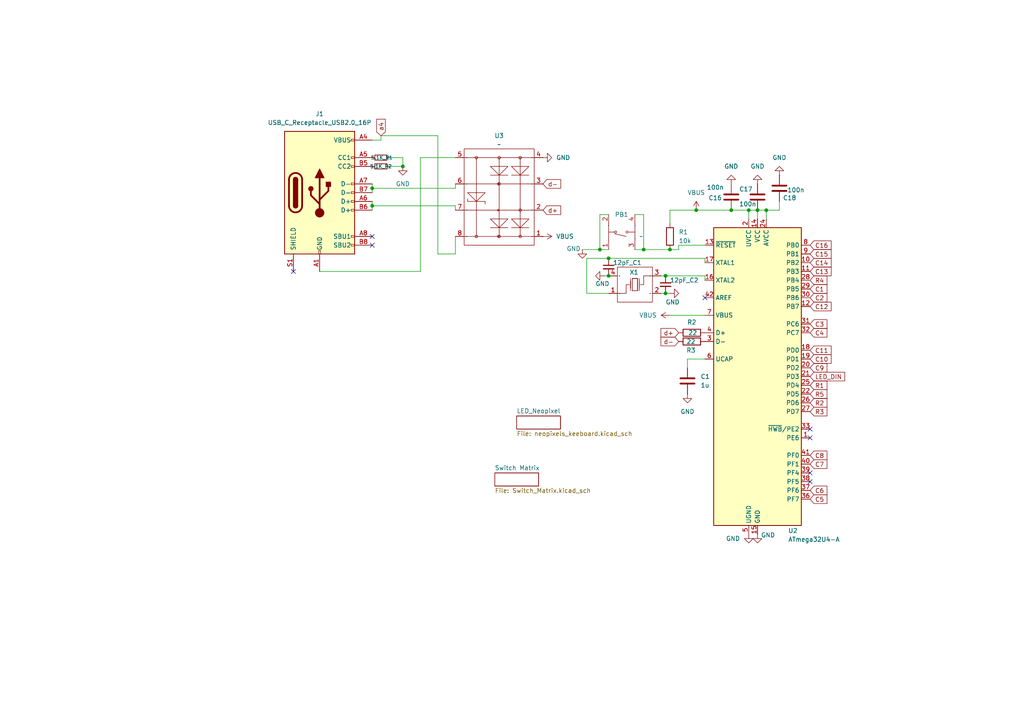
<source format=kicad_sch>
(kicad_sch (version 20250114) (generator "eeschema") (generator_version "9.0")
  (paper "A4")
  (lib_symbols
    (symbol "Connector:USB_C_Receptacle_USB2.0_16P" (pin_names (offset 1.016))
      (property "Reference" "J" (at 0 22.225 0))
      (property "Value" "USB_C_Receptacle_USB2.0_16P" (at 0 19.685 0))
      (symbol "USB_C_Receptacle_USB2.0_16P_0_0"
        (rectangle (start -0.254 -17.78) (end 0.254 -16.764))
        (rectangle (start 10.16 15.494) (end 9.144 14.986))
        (rectangle (start 10.16 10.414) (end 9.144 9.906))
        (rectangle (start 10.16 7.874) (end 9.144 7.366))
        (rectangle (start 10.16 2.794) (end 9.144 2.286))
        (rectangle (start 10.16 0.254) (end 9.144 -0.254))
        (rectangle (start 10.16 -2.286) (end 9.144 -2.794))
        (rectangle (start 10.16 -4.826) (end 9.144 -5.334))
        (rectangle (start 10.16 -12.446) (end 9.144 -12.954))
        (rectangle (start 10.16 -14.986) (end 9.144 -15.494))
      )
      (symbol "USB_C_Receptacle_USB2.0_16P_0_1"
        (rectangle (start -10.16 17.78) (end 10.16 -17.78) (stroke (width 0.254)) (fill (type background)))
        (polyline (pts (xy -8.89 -3.81) (xy -8.89 3.81)) (stroke (width 0.508)))
        (rectangle (start -7.62 -3.81) (end -6.35 3.81) (stroke (width 0.254)) (fill (type outline)))
        (arc (start -7.62 3.81) (mid -6.985 4.4423) (end -6.35 3.81) (stroke (width 0.254)))
        (arc (start -7.62 3.81) (mid -6.985 4.4423) (end -6.35 3.81) (stroke (width 0.254)) (fill (type outline)))
        (arc (start -8.89 3.81) (mid -6.985 5.7067) (end -5.08 3.81) (stroke (width 0.508)))
        (arc (start -5.08 -3.81) (mid -6.985 -5.7067) (end -8.89 -3.81) (stroke (width 0.508)))
        (arc (start -6.35 -3.81) (mid -6.985 -4.4423) (end -7.62 -3.81) (stroke (width 0.254)))
        (arc (start -6.35 -3.81) (mid -6.985 -4.4423) (end -7.62 -3.81) (stroke (width 0.254)) (fill (type outline)))
        (polyline (pts (xy -5.08 3.81) (xy -5.08 -3.81)) (stroke (width 0.508)))
        (circle (center -2.54 1.143) (radius 0.635) (stroke (width 0.254)) (fill (type outline)))
        (polyline (pts (xy -1.27 4.318) (xy 0 6.858) (xy 1.27 4.318) (xy -1.27 4.318)) (stroke (width 0.254)) (fill (type outline)))
        (polyline (pts (xy 0 -2.032) (xy 2.54 0.508) (xy 2.54 1.778)) (stroke (width 0.508)))
        (polyline (pts (xy 0 -3.302) (xy -2.54 -0.762) (xy -2.54 0.508)) (stroke (width 0.508)))
        (polyline (pts (xy 0 -5.842) (xy 0 4.318)) (stroke (width 0.508)))
        (circle (center 0 -5.842) (radius 1.27) (fill (type outline)))
        (rectangle (start 1.905 1.778) (end 3.175 3.048) (stroke (width 0.254)) (fill (type outline)))
      )
      (symbol "USB_C_Receptacle_USB2.0_16P_1_1"
        (pin passive line (at -7.62 -22.86 90) (length 5.08) (name "SHIELD") (number "S1"))
        (pin passive line (at 0 -22.86 90) (length 5.08) (name "GND") (number "A1"))
        (pin passive line (at 0 -22.86 90) (length 5.08) (hide yes) (name "GND") (number "A12"))
        (pin passive line (at 0 -22.86 90) (length 5.08) (hide yes) (name "GND") (number "B1"))
        (pin passive line (at 0 -22.86 90) (length 5.08) (hide yes) (name "GND") (number "B12"))
        (pin passive line (at 15.24 15.24 180) (length 5.08) (name "VBUS") (number "A4"))
        (pin passive line (at 15.24 15.24 180) (length 5.08) (hide yes) (name "VBUS") (number "A9"))
        (pin passive line (at 15.24 15.24 180) (length 5.08) (hide yes) (name "VBUS") (number "B4"))
        (pin passive line (at 15.24 15.24 180) (length 5.08) (hide yes) (name "VBUS") (number "B9"))
        (pin bidirectional line (at 15.24 10.16 180) (length 5.08) (name "CC1") (number "A5"))
        (pin bidirectional line (at 15.24 7.62 180) (length 5.08) (name "CC2") (number "B5"))
        (pin bidirectional line (at 15.24 2.54 180) (length 5.08) (name "D-") (number "A7"))
        (pin bidirectional line (at 15.24 0 180) (length 5.08) (name "D-") (number "B7"))
        (pin bidirectional line (at 15.24 -2.54 180) (length 5.08) (name "D+") (number "A6"))
        (pin bidirectional line (at 15.24 -5.08 180) (length 5.08) (name "D+") (number "B6"))
        (pin bidirectional line (at 15.24 -12.7 180) (length 5.08) (name "SBU1") (number "A8"))
        (pin bidirectional line (at 15.24 -15.24 180) (length 5.08) (name "SBU2") (number "B8"))
      )
    )
    (symbol "Device:C" (pin_numbers (hide yes)) (pin_names (offset 0.254))
      (property "Reference" "C" (at 0.635 2.54 0))
      (property "Value" "C" (at 0.635 -2.54 0))
      (symbol "C_0_1"
        (polyline (pts (xy -2.032 0.762) (xy 2.032 0.762)) (stroke (width 0.508)))
        (polyline (pts (xy -2.032 -0.762) (xy 2.032 -0.762)) (stroke (width 0.508)))
      )
      (symbol "C_1_1"
        (pin passive line (at 0 3.81 270) (length 2.794) (name "~") (number "1"))
        (pin passive line (at 0 -3.81 90) (length 2.794) (name "~") (number "2"))
      )
    )
    (symbol "Device:C_Small" (pin_numbers (hide yes)) (pin_names (offset 0.254) (hide yes))
      (property "Reference" "C" (at 0.254 1.778 0))
      (property "Value" "C_Small" (at 0.254 -2.032 0))
      (symbol "C_Small_0_1"
        (polyline (pts (xy -1.524 0.508) (xy 1.524 0.508)) (stroke (width 0.3048)))
        (polyline (pts (xy -1.524 -0.508) (xy 1.524 -0.508)) (stroke (width 0.3302)))
      )
      (symbol "C_Small_1_1"
        (pin passive line (at 0 2.54 270) (length 2.032) (name "~") (number "1"))
        (pin passive line (at 0 -2.54 90) (length 2.032) (name "~") (number "2"))
      )
    )
    (symbol "Device:R" (pin_numbers (hide yes)) (pin_names (offset 0))
      (property "Reference" "R" (at 2.032 0 90))
      (property "Value" "R" (at 0 0 90))
      (symbol "R_0_1"
        (rectangle (start -1.016 -2.54) (end 1.016 2.54) (stroke (width 0.254)))
      )
      (symbol "R_1_1"
        (pin passive line (at 0 3.81 270) (length 1.27) (name "~") (number "1"))
        (pin passive line (at 0 -3.81 90) (length 1.27) (name "~") (number "2"))
      )
    )
    (symbol "Device:R_Small" (pin_numbers (hide yes)) (pin_names (offset 0.254) (hide yes))
      (property "Reference" "R" (at 0 0 90))
      (property "Value" "R_Small" (at 1.778 0 90))
      (symbol "R_Small_0_1"
        (rectangle (start -0.762 1.778) (end 0.762 -1.778) (stroke (width 0.2032)))
      )
      (symbol "R_Small_1_1"
        (pin passive line (at 0 2.54 270) (length 0.762) (name "~") (number "1"))
        (pin passive line (at 0 -2.54 90) (length 0.762) (name "~") (number "2"))
      )
    )
    (symbol "KeeBoard:TS-1187A-B-A-B"
      (property "Reference" "SW" (at 3.81 -1.27 0))
      (symbol "TS-1187A-B-A-B_1_0"
        (polyline (pts (xy -2.54 2.54) (xy 2.54 2.54)))
        (polyline (pts (xy -2.54 -5.08) (xy 2.54 -5.08)))
        (polyline (pts (xy -0.508 0.762) (xy -1.27 -2.54)))
        (polyline (pts (xy 0 0.762) (xy 0 2.54)))
        (circle (center 0 0.508) (radius 0.3048))
        (circle (center 0 -2.794) (radius 0.3048))
        (polyline (pts (xy 0 -3.302) (xy 0 -5.08)))
        (pin unspecified line (at -5.08 2.54 0) (length 2.54) (name "A") (number "1"))
        (pin unspecified line (at -5.08 -5.08 0) (length 2.54) (name "C") (number "3"))
        (pin unspecified line (at 5.08 2.54 180) (length 2.54) (name "B") (number "2"))
        (pin unspecified line (at 5.08 -5.08 180) (length 2.54) (name "D") (number "4"))
      )
    )
    (symbol "KeeBoard:USB6B1RL"
      (property "Reference" "U" (at 0 0 0))
      (symbol "USB6B1RL_1_0"
        (polyline (pts (xy -10.16 11.43) (xy 10.16 11.43)))
        (polyline (pts (xy -10.16 3.81) (xy 0 3.81)))
        (polyline (pts (xy -10.16 -3.81) (xy 10.16 -3.81)))
        (polyline (pts (xy -10.16 -11.43) (xy 10.16 -11.43)))
        (rectangle (start -10.16 -13.97) (end 10.16 13.97))
        (polyline (pts (xy -8.636 8.89) (xy -3.556 8.89)))
        (polyline (pts (xy -8.636 -6.35) (xy -3.556 -6.35)))
        (circle (center -6.096 11.43) (radius 0.381))
        (polyline (pts (xy -6.096 11.43) (xy -6.096 -11.43)))
        (circle (center -6.096 3.81) (radius 0.381))
        (circle (center -6.096 -11.43) (radius 0.381))
        (polyline (pts (xy -3.556 6.35) (xy -6.096 8.89) (xy -6.096 8.89) (xy -8.636 6.35) (xy -8.636 6.35) (xy -3.556 6.35)))
        (polyline (pts (xy -3.556 -8.89) (xy -6.096 -6.35) (xy -6.096 -6.35) (xy -8.636 -8.89) (xy -8.636 -8.89) (xy -3.556 -8.89)))
        (polyline (pts (xy -2.54 8.89) (xy 2.54 8.89)))
        (polyline (pts (xy -2.54 -6.35) (xy 2.54 -6.35)))
        (circle (center 0 11.43) (radius 0.381))
        (polyline (pts (xy 0 11.43) (xy 0 -11.43)))
        (polyline (pts (xy 0 3.81) (xy 10.16 3.81)))
        (circle (center 0 -3.81) (radius 0.381))
        (circle (center 0 -11.43) (radius 0.381))
        (circle (center 0.254 11.43) (radius 0.254))
        (circle (center 0.254 3.81) (radius 0.254))
        (circle (center 0.254 -3.81) (radius 0.254))
        (polyline (pts (xy 2.54 6.35) (xy 0 8.89) (xy 0 8.89) (xy -2.54 6.35) (xy -2.54 6.35) (xy 2.54 6.35)))
        (polyline (pts (xy 2.54 -8.89) (xy 0 -6.35) (xy 0 -6.35) (xy -2.54 -8.89) (xy -2.54 -8.89) (xy 2.54 -8.89)))
        (polyline (pts (xy 4.064 1.27) (xy 4.064 2.032)))
        (polyline (pts (xy 4.064 1.27) (xy 9.144 1.27)))
        (polyline (pts (xy 6.604 11.43) (xy 6.604 -11.43)))
        (circle (center 6.604 11.43) (radius 0.381))
        (circle (center 6.604 -11.43) (radius 0.381))
        (polyline (pts (xy 9.144 1.27) (xy 9.144 0.508)))
        (polyline (pts (xy 9.144 -1.27) (xy 6.604 1.27) (xy 6.604 1.27) (xy 4.064 -1.27) (xy 4.064 -1.27) (xy 9.144 -1.27)))
        (pin input line (at -12.7 11.43 0) (length 2.54) (name "VCC") (number "1"))
        (pin input line (at -12.7 3.81 0) (length 2.54) (name "I/O1") (number "2"))
        (pin input line (at -12.7 -3.81 0) (length 2.54) (name "I/O2") (number "3"))
        (pin input line (at -12.7 -11.43 0) (length 2.54) (name "GND") (number "4"))
        (pin input line (at 12.7 11.43 180) (length 2.54) (name "VCC") (number "8"))
        (pin input line (at 12.7 3.81 180) (length 2.54) (name "I/O1") (number "7"))
        (pin input line (at 12.7 -3.81 180) (length 2.54) (name "I/O2") (number "6"))
        (pin input line (at 12.7 -11.43 180) (length 2.54) (name "GND") (number "5"))
      )
    )
    (symbol "KeeBoard:X322516MMB4SI"
      (property "Reference" "X" (at 0 0 0))
      (symbol "X322516MMB4SI_1_0"
        (polyline (pts (xy -5.08 -2.54) (xy -2.54 -2.54) (xy -2.54 -2.54) (xy -2.54 0) (xy -2.54 0) (xy -1.524 0)))
        (rectangle (start -5.08 -5.08) (end 5.08 5.08))
        (polyline (pts (xy -1.27 -1.016) (xy -1.27 1.016)))
        (polyline (pts (xy -1.27 -1.778) (xy -1.27 1.778)))
        (polyline (pts (xy -0.762 -1.778) (xy -0.762 1.778) (xy -0.762 1.778) (xy 0.762 1.778) (xy 0.762 1.778) (xy 0.762 -1.778)))
        (polyline (pts (xy 0.762 1.778) (xy 0.762 -1.778) (xy 0.762 -1.778) (xy -0.762 -1.778) (xy -0.762 -1.778) (xy -0.762 1.778) (xy -0.762 1.778) (xy 0.762 1.778)))
        (polyline (pts (xy 0.762 -1.778) (xy -0.762 -1.778)))
        (polyline (pts (xy 1.27 -1.016) (xy 1.27 1.016)))
        (polyline (pts (xy 1.27 -1.778) (xy 1.27 1.778)))
        (polyline (pts (xy 5.08 2.54) (xy 2.54 2.54) (xy 2.54 2.54) (xy 2.54 0) (xy 2.54 0) (xy 1.524 0)))
        (pin power_in line (at -7.62 2.54 0) (length 2.54) (name "GND") (number "4"))
        (pin unspecified line (at -7.62 -2.54 0) (length 2.54) (name "OSC1") (number "1"))
        (pin unspecified line (at 7.62 2.54 180) (length 2.54) (name "OSC2") (number "3"))
        (pin power_in line (at 7.62 -2.54 180) (length 2.54) (name "GND") (number "2"))
      )
    )
    (symbol "MCU_Microchip_ATmega:ATmega32U4-A"
      (property "Reference" "U" (at -12.7 44.45 0))
      (property "Value" "ATmega32U4-A" (at 2.54 -44.45 0))
      (symbol "ATmega32U4-A_0_1"
        (rectangle (start -12.7 -43.18) (end 12.7 43.18) (stroke (width 0.254)) (fill (type background)))
      )
      (symbol "ATmega32U4-A_1_1"
        (pin input line (at -15.24 38.1 0) (length 2.54) (name "~{RESET}") (number "13"))
        (pin input line (at -15.24 33.02 0) (length 2.54) (name "XTAL1") (number "17"))
        (pin output line (at -15.24 27.94 0) (length 2.54) (name "XTAL2") (number "16"))
        (pin passive line (at -15.24 22.86 0) (length 2.54) (name "AREF") (number "42"))
        (pin input line (at -15.24 17.78 0) (length 2.54) (name "VBUS") (number "7"))
        (pin bidirectional line (at -15.24 12.7 0) (length 2.54) (name "D+") (number "4"))
        (pin bidirectional line (at -15.24 10.16 0) (length 2.54) (name "D-") (number "3"))
        (pin passive line (at -15.24 5.08 0) (length 2.54) (name "UCAP") (number "6"))
        (pin power_in line (at -2.54 45.72 270) (length 2.54) (name "UVCC") (number "2"))
        (pin passive line (at -2.54 -45.72 90) (length 2.54) (name "UGND") (number "5"))
        (pin power_in line (at 0 45.72 270) (length 2.54) (name "VCC") (number "14"))
        (pin passive line (at 0 45.72 270) (length 2.54) (hide yes) (name "VCC") (number "34"))
        (pin power_in line (at 0 -45.72 90) (length 2.54) (name "GND") (number "15"))
        (pin passive line (at 0 -45.72 90) (length 2.54) (hide yes) (name "GND") (number "23"))
        (pin passive line (at 0 -45.72 90) (length 2.54) (hide yes) (name "GND") (number "35"))
        (pin passive line (at 0 -45.72 90) (length 2.54) (hide yes) (name "GND") (number "43"))
        (pin power_in line (at 2.54 45.72 270) (length 2.54) (name "AVCC") (number "24"))
        (pin passive line (at 2.54 45.72 270) (length 2.54) (hide yes) (name "AVCC") (number "44"))
        (pin bidirectional line (at 15.24 38.1 180) (length 2.54) (name "PB0") (number "8"))
        (pin bidirectional line (at 15.24 35.56 180) (length 2.54) (name "PB1") (number "9"))
        (pin bidirectional line (at 15.24 33.02 180) (length 2.54) (name "PB2") (number "10"))
        (pin bidirectional line (at 15.24 30.48 180) (length 2.54) (name "PB3") (number "11"))
        (pin bidirectional line (at 15.24 27.94 180) (length 2.54) (name "PB4") (number "28"))
        (pin bidirectional line (at 15.24 25.4 180) (length 2.54) (name "PB5") (number "29"))
        (pin bidirectional line (at 15.24 22.86 180) (length 2.54) (name "PB6") (number "30"))
        (pin bidirectional line (at 15.24 20.32 180) (length 2.54) (name "PB7") (number "12"))
        (pin bidirectional line (at 15.24 15.24 180) (length 2.54) (name "PC6") (number "31"))
        (pin bidirectional line (at 15.24 12.7 180) (length 2.54) (name "PC7") (number "32"))
        (pin bidirectional line (at 15.24 7.62 180) (length 2.54) (name "PD0") (number "18"))
        (pin bidirectional line (at 15.24 5.08 180) (length 2.54) (name "PD1") (number "19"))
        (pin bidirectional line (at 15.24 2.54 180) (length 2.54) (name "PD2") (number "20"))
        (pin bidirectional line (at 15.24 0 180) (length 2.54) (name "PD3") (number "21"))
        (pin bidirectional line (at 15.24 -2.54 180) (length 2.54) (name "PD4") (number "25"))
        (pin bidirectional line (at 15.24 -5.08 180) (length 2.54) (name "PD5") (number "22"))
        (pin bidirectional line (at 15.24 -7.62 180) (length 2.54) (name "PD6") (number "26"))
        (pin bidirectional line (at 15.24 -10.16 180) (length 2.54) (name "PD7") (number "27"))
        (pin bidirectional line (at 15.24 -15.24 180) (length 2.54) (name "~{HWB}/PE2") (number "33"))
        (pin bidirectional line (at 15.24 -17.78 180) (length 2.54) (name "PE6") (number "1"))
        (pin bidirectional line (at 15.24 -22.86 180) (length 2.54) (name "PF0") (number "41"))
        (pin bidirectional line (at 15.24 -25.4 180) (length 2.54) (name "PF1") (number "40"))
        (pin bidirectional line (at 15.24 -27.94 180) (length 2.54) (name "PF4") (number "39"))
        (pin bidirectional line (at 15.24 -30.48 180) (length 2.54) (name "PF5") (number "38"))
        (pin bidirectional line (at 15.24 -33.02 180) (length 2.54) (name "PF6") (number "37"))
        (pin bidirectional line (at 15.24 -35.56 180) (length 2.54) (name "PF7") (number "36"))
      )
    )
    (symbol "power:GND" (power) (pin_numbers (hide yes)) (pin_names (offset 0) (hide yes))
      (property "Value" "GND" (at 0 -3.81 0))
      (symbol "GND_0_1"
        (polyline (pts (xy 0 0) (xy 0 -1.27) (xy 1.27 -1.27) (xy 0 -2.54) (xy -1.27 -1.27) (xy 0 -1.27)))
      )
      (symbol "GND_1_1"
        (pin power_in line (at 0 0 270) (length 0) (name "~") (number "1"))
      )
    )
    (symbol "power:VBUS" (power) (pin_numbers (hide yes)) (pin_names (offset 0) (hide yes))
      (property "Value" "VBUS" (at 0 3.556 0))
      (symbol "VBUS_0_1"
        (polyline (pts (xy -0.762 1.27) (xy 0 2.54)))
        (polyline (pts (xy 0 2.54) (xy 0.762 1.27)))
        (polyline (pts (xy 0 0) (xy 0 2.54)))
      )
      (symbol "VBUS_1_1"
        (pin power_in line (at 0 0 90) (length 0) (name "~") (number "1"))
      )
    )
  )
  (junction (at 222.25 60.96))
  (junction (at 219.71 60.96))
  (junction (at 193.04 85.09))
  (junction (at 107.95 54.61))
  (junction (at 176.53 80.01))
  (junction (at 107.95 59.69))
  (junction (at 212.09 60.96))
  (junction (at 201.93 60.96))
  (junction (at 193.04 80.01))
  (junction (at 194.31 72.39))
  (junction (at 186.69 72.39))
  (junction (at 176.53 74.93))
  (junction (at 217.17 60.96))
  (junction (at 173.99 72.39))
  (junction (at 116.84 48.26))
  (no_connect (at 234.95 139.7))
  (no_connect (at 234.95 137.16))
  (no_connect (at 107.95 68.58))
  (no_connect (at 85.09 78.74))
  (no_connect (at 234.95 127))
  (no_connect (at 204.47 86.36))
  (no_connect (at 234.95 124.46))
  (no_connect (at 107.95 71.12))
  (wire (pts (xy 113.03 45.72) (xy 116.84 45.72)))
  (wire (pts (xy 170.18 74.93) (xy 170.18 85.09)))
  (wire (pts (xy 127 73.66) (xy 132.08 73.66)))
  (wire (pts (xy 121.92 45.72) (xy 121.92 78.74)))
  (wire (pts (xy 107.95 54.61) (xy 132.08 54.61)))
  (wire (pts (xy 193.04 85.09) (xy 191.77 85.09)))
  (wire (pts (xy 186.69 72.39) (xy 194.31 72.39)))
  (wire (pts (xy 194.31 64.77) (xy 194.31 60.96)))
  (wire (pts (xy 132.08 59.69) (xy 132.08 60.96)))
  (wire (pts (xy 113.03 48.26) (xy 116.84 48.26)))
  (wire (pts (xy 173.99 72.39) (xy 173.99 62.23)))
  (wire (pts (xy 186.69 62.23) (xy 184.15 62.23)))
  (wire (pts (xy 217.17 60.96) (xy 219.71 60.96)))
  (wire (pts (xy 107.95 53.34) (xy 107.95 54.61)))
  (wire (pts (xy 186.69 72.39) (xy 186.69 62.23)))
  (wire (pts (xy 201.93 60.96) (xy 212.09 60.96)))
  (wire (pts (xy 132.08 45.72) (xy 121.92 45.72)))
  (wire (pts (xy 194.31 91.44) (xy 204.47 91.44)))
  (wire (pts (xy 121.92 78.74) (xy 92.71 78.74)))
  (wire (pts (xy 222.25 63.5) (xy 222.25 60.96)))
  (wire (pts (xy 194.31 85.09) (xy 193.04 85.09)))
  (wire (pts (xy 176.53 74.93) (xy 204.47 74.93)))
  (wire (pts (xy 196.85 72.39) (xy 194.31 72.39)))
  (wire (pts (xy 217.17 63.5) (xy 217.17 60.96)))
  (wire (pts (xy 110.49 39.37) (xy 127 39.37)))
  (wire (pts (xy 204.47 104.14) (xy 199.39 104.14)))
  (wire (pts (xy 204.47 76.2) (xy 204.47 74.93)))
  (wire (pts (xy 110.49 39.37) (xy 110.49 40.64)))
  (wire (pts (xy 222.25 60.96) (xy 219.71 60.96)))
  (wire (pts (xy 204.47 80.01) (xy 204.47 81.28)))
  (wire (pts (xy 110.49 40.64) (xy 107.95 40.64)))
  (wire (pts (xy 219.71 60.96) (xy 219.71 63.5)))
  (wire (pts (xy 204.47 71.12) (xy 196.85 71.12)))
  (wire (pts (xy 116.84 45.72) (xy 116.84 48.26)))
  (wire (pts (xy 170.18 74.93) (xy 176.53 74.93)))
  (wire (pts (xy 107.95 58.42) (xy 107.95 59.69)))
  (wire (pts (xy 127 39.37) (xy 127 73.66)))
  (wire (pts (xy 212.09 60.96) (xy 217.17 60.96)))
  (wire (pts (xy 107.95 54.61) (xy 107.95 55.88)))
  (wire (pts (xy 173.99 62.23) (xy 176.53 62.23)))
  (wire (pts (xy 132.08 54.61) (xy 132.08 53.34)))
  (wire (pts (xy 168.91 72.39) (xy 173.99 72.39)))
  (wire (pts (xy 226.06 60.96) (xy 222.25 60.96)))
  (wire (pts (xy 175.26 80.01) (xy 176.53 80.01)))
  (wire (pts (xy 199.39 104.14) (xy 199.39 106.68)))
  (wire (pts (xy 173.99 72.39) (xy 176.53 72.39)))
  (wire (pts (xy 184.15 72.39) (xy 186.69 72.39)))
  (wire (pts (xy 194.31 60.96) (xy 201.93 60.96)))
  (wire (pts (xy 196.85 71.12) (xy 196.85 72.39)))
  (wire (pts (xy 132.08 73.66) (xy 132.08 68.58)))
  (wire (pts (xy 107.95 59.69) (xy 107.95 60.96)))
  (wire (pts (xy 107.95 59.69) (xy 132.08 59.69)))
  (wire (pts (xy 226.06 58.42) (xy 226.06 60.96)))
  (wire (pts (xy 170.18 85.09) (xy 176.53 85.09)))
  (wire (pts (xy 193.04 80.01) (xy 191.77 80.01)))
  (wire (pts (xy 204.47 80.01) (xy 193.04 80.01)))
  (global_label "C3" (shape input) (at 234.95 93.98 0) (property "Intersheetrefs" "${INTERSHEET_REFS}" (effects (hide yes))))
  (global_label "C7" (shape input) (at 234.95 134.62 0) (property "Intersheetrefs" "${INTERSHEET_REFS}" (effects (hide yes))))
  (global_label "C13" (shape input) (at 234.95 78.74 0) (property "Intersheetrefs" "${INTERSHEET_REFS}" (effects (hide yes))))
  (global_label "R2" (shape input) (at 234.95 116.84 0) (property "Intersheetrefs" "${INTERSHEET_REFS}" (effects (hide yes))))
  (global_label "C2" (shape input) (at 234.95 86.36 0) (property "Intersheetrefs" "${INTERSHEET_REFS}" (effects (hide yes))))
  (global_label "R5" (shape input) (at 234.95 114.3 0) (property "Intersheetrefs" "${INTERSHEET_REFS}" (effects (hide yes))))
  (global_label "C6" (shape input) (at 234.95 142.24 0) (property "Intersheetrefs" "${INTERSHEET_REFS}" (effects (hide yes))))
  (global_label "d-" (shape input) (at 157.48 53.34 0) (property "Intersheetrefs" "${INTERSHEET_REFS}" (effects (hide yes))))
  (global_label "C16" (shape input) (at 234.95 71.12 0) (property "Intersheetrefs" "${INTERSHEET_REFS}" (effects (hide yes))))
  (global_label "C10" (shape input) (at 234.95 104.14 0) (property "Intersheetrefs" "${INTERSHEET_REFS}" (effects (hide yes))))
  (global_label "d+" (shape input) (at 157.48 60.96 0) (property "Intersheetrefs" "${INTERSHEET_REFS}" (effects (hide yes))))
  (global_label "C5" (shape input) (at 234.95 144.78 0) (property "Intersheetrefs" "${INTERSHEET_REFS}" (effects (hide yes))))
  (global_label "a4" (shape input) (at 110.49 39.37 90) (property "Intersheetrefs" "${INTERSHEET_REFS}" (effects (hide yes))))
  (global_label "C9" (shape input) (at 234.95 106.68 0) (property "Intersheetrefs" "${INTERSHEET_REFS}" (effects (hide yes))))
  (global_label "LED_DIN" (shape input) (at 234.95 109.22 0) (property "Intersheetrefs" "${INTERSHEET_REFS}" (effects (hide yes))))
  (global_label "C11" (shape input) (at 234.95 101.6 0) (property "Intersheetrefs" "${INTERSHEET_REFS}" (effects (hide yes))))
  (global_label "C4" (shape input) (at 234.95 96.52 0) (property "Intersheetrefs" "${INTERSHEET_REFS}" (effects (hide yes))))
  (global_label "C1" (shape input) (at 234.95 83.82 0) (property "Intersheetrefs" "${INTERSHEET_REFS}" (effects (hide yes))))
  (global_label "C14" (shape input) (at 234.95 76.2 0) (property "Intersheetrefs" "${INTERSHEET_REFS}" (effects (hide yes))))
  (global_label "C8" (shape input) (at 234.95 132.08 0) (property "Intersheetrefs" "${INTERSHEET_REFS}" (effects (hide yes))))
  (global_label "d-" (shape input) (at 196.85 99.06 180) (property "Intersheetrefs" "${INTERSHEET_REFS}" (effects (hide yes))))
  (global_label "R1" (shape input) (at 234.95 111.76 0) (property "Intersheetrefs" "${INTERSHEET_REFS}" (effects (hide yes))))
  (global_label "d+" (shape input) (at 196.85 96.52 180) (property "Intersheetrefs" "${INTERSHEET_REFS}" (effects (hide yes))))
  (global_label "R4" (shape input) (at 234.95 81.28 0) (property "Intersheetrefs" "${INTERSHEET_REFS}" (effects (hide yes))))
  (global_label "C12" (shape input) (at 234.95 88.9 0) (property "Intersheetrefs" "${INTERSHEET_REFS}" (effects (hide yes))))
  (global_label "R3" (shape input) (at 234.95 119.38 0) (property "Intersheetrefs" "${INTERSHEET_REFS}" (effects (hide yes))))
  (global_label "C15" (shape input) (at 234.95 73.66 0) (property "Intersheetrefs" "${INTERSHEET_REFS}" (effects (hide yes))))
  (symbol (lib_id "Device:C") (at 199.39 110.49 0) (unit 1)
    (property "Reference" "C1" (at 203.2 109.2199 0) (effects (justify left)))
    (property "Value" "1u" (at 203.2 111.7599 0) (effects (justify left)))
    (property "Footprint" "Capacitor_SMD:C_1206_3216Metric" (effects (hide yes)))
    (property "Description" "Unpolarized capacitor" (effects (hide yes)))
  )
  (symbol (lib_id "Device:C") (at 226.06 54.61 0) (unit 1)
    (property "Reference" "C18" (at 227.076 57.404 0) (effects (justify left)))
    (property "Value" "100n" (at 228.346 55.118 0) (effects (justify left)))
    (property "Footprint" "Capacitor_SMD:C_1206_3216Metric" (effects (hide yes)))
    (property "Description" "Unpolarized capacitor" (effects (hide yes)))
  )
  (symbol (lib_id "power:GND") (at 219.71 53.34 180) (unit 1)
    (property "Reference" "#PWR08" (effects (hide yes)))
    (property "Value" "GND" (at 219.71 48.26 0))
    (property "Description" "Power symbol creates a global label with name \"GND\" , ground" (effects (hide yes)))
  )
  (symbol (lib_id "Device:R_Small") (at 110.49 45.72 90) (unit 1)
    (property "Reference" "5.1K_R2" (at 110.49 48.26 90) (effects (font (size 1.016 1.016))))
    (property "Value" "R_Small" (effects (hide yes)))
    (property "Footprint" "Resistor_SMD:R_1206_3216Metric" (effects (hide yes)))
    (property "Description" "Resistor, small symbol" (effects (hide yes)))
  )
  (symbol (lib_id "Device:C") (at 219.71 57.15 0) (unit 1)
    (property "Reference" "C17" (at 214.376 54.864 0) (effects (justify left)))
    (property "Value" "100n" (at 214.376 59.182 0) (effects (justify left)))
    (property "Footprint" "Capacitor_SMD:C_1206_3216Metric" (effects (hide yes)))
    (property "Description" "Unpolarized capacitor" (effects (hide yes)))
  )
  (symbol (lib_id "Device:R_Small") (at 110.49 48.26 90) (unit 1)
    (property "Reference" "5.1K_R1" (at 110.744 45.72 90) (effects (font (size 1.016 1.016))))
    (property "Value" "R_Small" (effects (hide yes)))
    (property "Footprint" "Resistor_SMD:R_1206_3216Metric" (effects (hide yes)))
    (property "Description" "Resistor, small symbol" (effects (hide yes)))
  )
  (symbol (lib_id "power:GND") (at 199.39 114.3 0) (unit 1)
    (property "Reference" "#PWR017" (effects (hide yes)))
    (property "Value" "GND" (at 199.39 119.38 0))
    (property "Description" "Power symbol creates a global label with name \"GND\" , ground" (effects (hide yes)))
  )
  (symbol (lib_id "power:GND") (at 217.17 154.94 0) (unit 1)
    (property "Reference" "#PWR020" (effects (hide yes)))
    (property "Value" "GND" (at 212.598 156.21 0))
    (property "Description" "Power symbol creates a global label with name \"GND\" , ground" (effects (hide yes)))
  )
  (symbol (lib_id "KeeBoard:USB6B1RL") (at 144.78 57.15 180) (unit 1)
    (property "Reference" "U3" (at 144.78 39.37 0))
    (property "Value" "~" (at 144.78 41.91 0))
    (property "Footprint" "KeeBoard:SOIC-8_L4.9-W3.9-P1.27-LS6.0-BL usb6b1rl" (effects (hide yes)))
    (property "Manufacturer Part" "USB6B1RL" (effects (hide yes)))
  )
  (symbol (lib_id "Connector:USB_C_Receptacle_USB2.0_16P") (at 92.71 55.88 0) (unit 1)
    (property "Reference" "J1" (at 92.71 33.02 0))
    (property "Value" "USB_C_Receptacle_USB2.0_16P" (at 92.71 35.56 0))
    (property "Footprint" "KeeBoard:USB-C_SMD-TYPE-C-31-M-12 HRO" (effects (hide yes)))
    (property "Datasheet" "https://www.usb.org/sites/default/files/documents/usb_type-c.zip" (effects (hide yes)))
    (property "Description" "USB 2.0-only 16P Type-C Receptacle connector" (effects (hide yes)))
  )
  (symbol (lib_id "power:GND") (at 194.31 85.09 90) (unit 1)
    (property "Reference" "#PWR013" (effects (hide yes)))
    (property "Value" "GND" (at 193.04 87.63 90) (effects (justify right)))
    (property "Description" "Power symbol creates a global label with name \"GND\" , ground" (effects (hide yes)))
  )
  (symbol (lib_id "power:GND") (at 116.84 48.26 0) (unit 1)
    (property "Reference" "#PWR06" (effects (hide yes)))
    (property "Value" "GND" (at 116.84 53.34 0))
    (property "Description" "Power symbol creates a global label with name \"GND\" , ground" (effects (hide yes)))
  )
  (symbol (lib_id "power:GND") (at 219.71 154.94 0) (unit 1)
    (property "Reference" "#PWR021" (effects (hide yes)))
    (property "Value" "GND" (at 222.758 155.194 0))
    (property "Description" "Power symbol creates a global label with name \"GND\" , ground" (effects (hide yes)))
  )
  (symbol (lib_id "power:VBUS") (at 157.48 68.58 270) (unit 1)
    (property "Reference" "#PWR04" (effects (hide yes)))
    (property "Value" "VBUS" (at 161.29 68.5799 90) (effects (justify left)))
    (property "Description" "Power symbol creates a global label with name \"VBUS\"" (effects (hide yes)))
  )
  (symbol (lib_id "power:VBUS") (at 201.93 60.96 0) (unit 1)
    (property "Reference" "#PWR014" (effects (hide yes)))
    (property "Value" "VBUS" (at 201.93 55.88 0))
    (property "Description" "Power symbol creates a global label with name \"VBUS\"" (effects (hide yes)))
  )
  (symbol (lib_id "Device:R") (at 200.66 99.06 90) (unit 1)
    (property "Reference" "R3" (at 200.406 101.6 90))
    (property "Value" "22" (at 200.406 99.06 90))
    (property "Footprint" "Resistor_SMD:R_1206_3216Metric" (effects (hide yes)))
    (property "Description" "Resistor" (effects (hide yes)))
  )
  (symbol (lib_id "Device:R") (at 194.31 68.58 0) (unit 1)
    (property "Reference" "R1" (at 196.85 67.3099 0) (effects (justify left)))
    (property "Value" "10k" (at 196.85 69.8499 0) (effects (justify left)))
    (property "Footprint" "Resistor_SMD:R_1206_3216Metric" (effects (hide yes)))
    (property "Description" "Resistor" (effects (hide yes)))
  )
  (symbol (lib_id "power:VBUS") (at 194.31 91.44 90) (unit 1)
    (property "Reference" "#PWR015" (effects (hide yes)))
    (property "Value" "VBUS" (at 190.5 91.4399 90) (effects (justify left)))
    (property "Description" "Power symbol creates a global label with name \"VBUS\"" (effects (hide yes)))
  )
  (symbol (lib_id "Device:C_Small") (at 193.04 82.55 0) (unit 1)
    (property "Reference" "12pF_C2" (at 194.31 81.28 0) (effects (justify left)))
    (property "Value" "C_Small" (effects (hide yes)))
    (property "Footprint" "Capacitor_SMD:C_1206_3216Metric" (effects (hide yes)))
    (property "Description" "Unpolarized capacitor, small symbol" (effects (hide yes)))
  )
  (symbol (lib_id "KeeBoard:X322516MMB4SI") (at 184.15 82.55 0) (unit 1)
    (property "Reference" "X1" (at 183.896 78.994 0))
    (property "Value" "16MHz" (effects (hide yes)))
    (property "Footprint" "KeeBoard:CRYSTAL-SMD_4P-L3.2-W2.5-BL 16mHZ" (effects (hide yes)))
  )
  (symbol (lib_id "KeeBoard:TS-1187A-B-A-B") (at 179.07 67.31 90) (unit 1)
    (property "Reference" "PB1" (at 178.308 62.23 90) (effects (justify right)))
    (property "Value" "~" (at 185.42 68.58 90) (effects (justify right)))
    (property "Footprint" "KeeBoard:SW-SMD_4P-L5.1-W5.1-P3.70-LS6.5-TL_H1.5 C318884 push button" (effects (hide yes)))
  )
  (symbol (lib_id "power:GND") (at 168.91 72.39 0) (unit 1)
    (property "Reference" "#PWR09" (effects (hide yes)))
    (property "Value" "GND" (at 166.37 72.136 0))
    (property "Description" "Power symbol creates a global label with name \"GND\" , ground" (effects (hide yes)))
  )
  (symbol (lib_id "power:GND") (at 212.09 53.34 180) (unit 1)
    (property "Reference" "#PWR010" (effects (hide yes)))
    (property "Value" "GND" (at 212.09 48.26 0))
    (property "Description" "Power symbol creates a global label with name \"GND\" , ground" (effects (hide yes)))
  )
  (symbol (lib_id "Device:C_Small") (at 176.53 77.47 0) (unit 1)
    (property "Reference" "12pF_C1" (at 177.8 76.2 0) (effects (justify left)))
    (property "Value" "C_Small" (effects (hide yes)))
    (property "Footprint" "Capacitor_SMD:C_1206_3216Metric" (effects (hide yes)))
    (property "Description" "Unpolarized capacitor, small symbol" (effects (hide yes)))
  )
  (symbol (lib_id "power:GND") (at 226.06 50.8 180) (unit 1)
    (property "Reference" "#PWR07" (effects (hide yes)))
    (property "Value" "GND" (at 226.06 45.72 0))
    (property "Description" "Power symbol creates a global label with name \"GND\" , ground" (effects (hide yes)))
  )
  (symbol (lib_id "Device:C") (at 212.09 57.15 0) (unit 1)
    (property "Reference" "C16" (at 205.486 57.404 0) (effects (justify left)))
    (property "Value" "100n" (at 204.978 54.356 0) (effects (justify left)))
    (property "Footprint" "Capacitor_SMD:C_1206_3216Metric" (effects (hide yes)))
    (property "Description" "Unpolarized capacitor" (effects (hide yes)))
  )
  (symbol (lib_id "power:GND") (at 157.48 45.72 90) (unit 1)
    (property "Reference" "#PWR05" (effects (hide yes)))
    (property "Value" "GND" (at 161.29 45.7199 90) (effects (justify right)))
    (property "Description" "Power symbol creates a global label with name \"GND\" , ground" (effects (hide yes)))
  )
  (symbol (lib_id "Device:R") (at 200.66 96.52 90) (unit 1)
    (property "Reference" "R2" (at 200.66 93.472 90))
    (property "Value" "22" (at 200.914 96.52 90))
    (property "Footprint" "Resistor_SMD:R_1206_3216Metric" (effects (hide yes)))
    (property "Description" "Resistor" (effects (hide yes)))
  )
  (symbol (lib_id "power:GND") (at 175.26 80.01 270) (unit 1)
    (property "Reference" "#PWR011" (effects (hide yes)))
    (property "Value" "GND" (at 176.784 82.296 90) (effects (justify right)))
    (property "Description" "Power symbol creates a global label with name \"GND\" , ground" (effects (hide yes)))
  )
  (symbol (lib_id "MCU_Microchip_ATmega:ATmega32U4-A") (at 219.71 109.22 0) (unit 1)
    (property "Reference" "U2" (at 228.6 153.924 0) (effects (justify left)))
    (property "Value" "ATmega32U4-A" (at 228.6 156.464 0) (effects (justify left)))
    (property "Footprint" "KeeBoard:Microchip Tech ATMEGA32U4RC-AU" (effects (hide yes)))
    (property "Datasheet" "http://ww1.microchip.com/downloads/en/DeviceDoc/Atmel-7766-8-bit-AVR-ATmega16U4-32U4_Datasheet.pdf" (effects (hide yes)))
    (property "Description" "16MHz, 32kB Flash, 2.5kB SRAM, 1kB EEPROM, USB 2.0, TQFP-44" (effects (hide yes)))
  )
  (sheet (at 149.86 120.65) (size 12.7 3.81) (stroke (width 0.1524))
    (property "Sheetname" "LED_Neopixel" (at 149.86 119.9384 0) (effects (justify left bottom)))
    (property "Sheetfile" "neopixels_keeboard.kicad_sch" (at 149.86 125.0446 0) (effects (justify left top)))
  )
  (sheet (at 143.51 137.16) (size 12.7 3.81) (stroke (width 0.1524))
    (property "Sheetname" "Switch Matrix" (at 143.51 136.4484 0) (effects (justify left bottom)))
    (property "Sheetfile" "Switch_Matrix.kicad_sch" (at 143.51 141.5546 0) (effects (justify left top)))
  )
)
</source>
